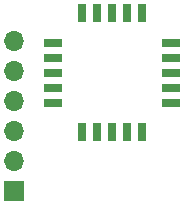
<source format=gbr>
%TF.GenerationSoftware,KiCad,Pcbnew,6.0.11-2627ca5db0~126~ubuntu22.04.1*%
%TF.CreationDate,2024-01-21T13:51:20+01:00*%
%TF.ProjectId,HB_Stamp_ATMega1284P_FUEL4EP,48425f53-7461-46d7-905f-41544d656761,1.2*%
%TF.SameCoordinates,Original*%
%TF.FileFunction,Paste,Bot*%
%TF.FilePolarity,Positive*%
%FSLAX46Y46*%
G04 Gerber Fmt 4.6, Leading zero omitted, Abs format (unit mm)*
G04 Created by KiCad (PCBNEW 6.0.11-2627ca5db0~126~ubuntu22.04.1) date 2024-01-21 13:51:20*
%MOMM*%
%LPD*%
G01*
G04 APERTURE LIST*
%ADD10R,1.500000X0.800000*%
%ADD11R,0.800000X1.500000*%
%ADD12R,1.700000X1.700000*%
%ADD13O,1.700000X1.700000*%
G04 APERTURE END LIST*
D10*
%TO.C,Module1*%
X15033000Y18669000D03*
D11*
X7493000Y26209000D03*
D10*
X5033000Y18669000D03*
D11*
X7493000Y16209000D03*
D10*
X15033000Y19939000D03*
D11*
X8763000Y26209000D03*
D10*
X5033000Y19939000D03*
D11*
X8763000Y16209000D03*
D10*
X15033000Y21209000D03*
D11*
X10033000Y26209000D03*
D10*
X5033000Y21209000D03*
D11*
X10033000Y16209000D03*
D10*
X15033000Y22479000D03*
D11*
X11303000Y26209000D03*
D10*
X5033000Y22479000D03*
D11*
X11303000Y16209000D03*
D10*
X15033000Y23749000D03*
D11*
X12573000Y26209000D03*
D10*
X5033000Y23749000D03*
D11*
X12573000Y16209000D03*
%TD*%
D12*
%TO.C,J3*%
X1778000Y11176000D03*
D13*
X1778000Y13716000D03*
X1778000Y16256000D03*
X1778000Y18796000D03*
X1778000Y21336000D03*
X1778000Y23876000D03*
%TD*%
M02*

</source>
